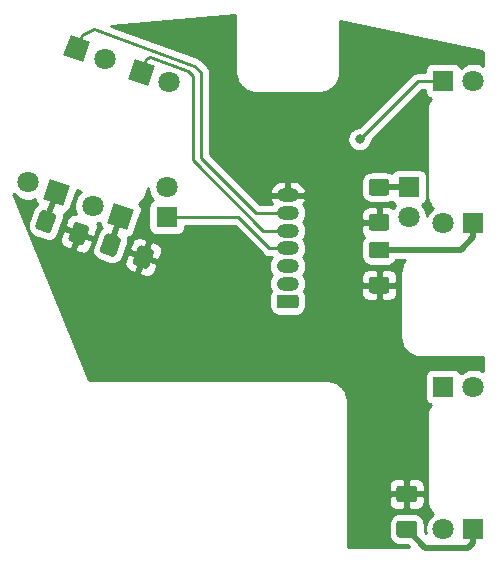
<source format=gbr>
%TF.GenerationSoftware,KiCad,Pcbnew,5.1.6-c6e7f7d~86~ubuntu18.04.1*%
%TF.CreationDate,2021-04-26T01:41:27-07:00*%
%TF.ProjectId,thumb_cluster_left,7468756d-625f-4636-9c75-737465725f6c,rev?*%
%TF.SameCoordinates,Original*%
%TF.FileFunction,Copper,L2,Bot*%
%TF.FilePolarity,Positive*%
%FSLAX46Y46*%
G04 Gerber Fmt 4.6, Leading zero omitted, Abs format (unit mm)*
G04 Created by KiCad (PCBNEW 5.1.6-c6e7f7d~86~ubuntu18.04.1) date 2021-04-26 01:41:27*
%MOMM*%
%LPD*%
G01*
G04 APERTURE LIST*
%TA.AperFunction,ComponentPad*%
%ADD10C,4.500000*%
%TD*%
%TA.AperFunction,ComponentPad*%
%ADD11O,1.870000X1.170000*%
%TD*%
%TA.AperFunction,ComponentPad*%
%ADD12C,0.100000*%
%TD*%
%TA.AperFunction,ComponentPad*%
%ADD13C,1.800000*%
%TD*%
%TA.AperFunction,ComponentPad*%
%ADD14R,1.800000X1.800000*%
%TD*%
%TA.AperFunction,ViaPad*%
%ADD15C,0.800000*%
%TD*%
%TA.AperFunction,Conductor*%
%ADD16C,0.500000*%
%TD*%
%TA.AperFunction,Conductor*%
%ADD17C,0.250000*%
%TD*%
%TA.AperFunction,Conductor*%
%ADD18C,0.254000*%
%TD*%
G04 APERTURE END LIST*
D10*
%TO.P,H2,1*%
%TO.N,GND*%
X164268872Y-66312121D03*
%TD*%
%TO.P,H1,1*%
%TO.N,GND*%
X141845155Y-91366078D03*
%TD*%
D11*
%TO.P,J1,7*%
%TO.N,GND*%
X157250000Y-78200000D03*
%TO.P,J1,6*%
%TO.N,C5*%
X157250000Y-79700000D03*
%TO.P,J1,5*%
%TO.N,C4*%
X157250000Y-81200000D03*
%TO.P,J1,4*%
%TO.N,C3*%
X157250000Y-82700000D03*
%TO.P,J1,3*%
%TO.N,C2*%
X157250000Y-84200000D03*
%TO.P,J1,2*%
%TO.N,C1*%
X157250000Y-85700000D03*
%TO.P,J1,1*%
%TO.N,+5V*%
%TA.AperFunction,ComponentPad*%
G36*
G01*
X157935001Y-87785000D02*
X156564999Y-87785000D01*
G75*
G02*
X156315000Y-87535001I0J249999D01*
G01*
X156315000Y-86864999D01*
G75*
G02*
X156564999Y-86615000I249999J0D01*
G01*
X157935001Y-86615000D01*
G75*
G02*
X158185000Y-86864999I0J-249999D01*
G01*
X158185000Y-87535001D01*
G75*
G02*
X157935001Y-87785000I-249999J0D01*
G01*
G37*
%TD.AperFunction*%
%TD*%
%TO.P,R1,2*%
%TO.N,Net-(IR1-Pad1)*%
%TA.AperFunction,SMDPad,CuDef*%
G36*
G01*
X166705000Y-105760417D02*
X167955000Y-105760417D01*
G75*
G02*
X168205000Y-106010417I0J-250000D01*
G01*
X168205000Y-106935417D01*
G75*
G02*
X167955000Y-107185417I-250000J0D01*
G01*
X166705000Y-107185417D01*
G75*
G02*
X166455000Y-106935417I0J250000D01*
G01*
X166455000Y-106010417D01*
G75*
G02*
X166705000Y-105760417I250000J0D01*
G01*
G37*
%TD.AperFunction*%
%TO.P,R1,1*%
%TO.N,GND*%
%TA.AperFunction,SMDPad,CuDef*%
G36*
G01*
X166705000Y-102785417D02*
X167955000Y-102785417D01*
G75*
G02*
X168205000Y-103035417I0J-250000D01*
G01*
X168205000Y-103960417D01*
G75*
G02*
X167955000Y-104210417I-250000J0D01*
G01*
X166705000Y-104210417D01*
G75*
G02*
X166455000Y-103960417I0J250000D01*
G01*
X166455000Y-103035417D01*
G75*
G02*
X166705000Y-102785417I250000J0D01*
G01*
G37*
%TD.AperFunction*%
%TD*%
%TA.AperFunction,ComponentPad*%
D12*
%TO.P,IR4,1*%
%TO.N,Net-(IR4-Pad1)*%
G36*
X144275062Y-79441739D02*
G01*
X143659426Y-81133185D01*
X141967980Y-80517549D01*
X142583616Y-78826103D01*
X144275062Y-79441739D01*
G37*
%TD.AperFunction*%
D13*
%TO.P,IR4,2*%
%TO.N,+5V*%
X140734702Y-79110913D03*
%TD*%
%TO.P,R5,2*%
%TO.N,Net-(IR5-Pad1)*%
%TA.AperFunction,SMDPad,CuDef*%
G36*
G01*
X137665345Y-80095510D02*
X137237819Y-81270126D01*
G75*
G02*
X136917391Y-81419544I-234923J85505D01*
G01*
X136048176Y-81103176D01*
G75*
G02*
X135898758Y-80782748I85505J234923D01*
G01*
X136326283Y-79608132D01*
G75*
G02*
X136646711Y-79458714I234923J-85505D01*
G01*
X137515926Y-79775082D01*
G75*
G02*
X137665344Y-80095510I-85505J-234923D01*
G01*
G37*
%TD.AperFunction*%
%TO.P,R5,1*%
%TO.N,GND*%
%TA.AperFunction,SMDPad,CuDef*%
G36*
G01*
X140460931Y-81113020D02*
X140033405Y-82287636D01*
G75*
G02*
X139712977Y-82437054I-234923J85505D01*
G01*
X138843762Y-82120686D01*
G75*
G02*
X138694344Y-81800258I85505J234923D01*
G01*
X139121869Y-80625642D01*
G75*
G02*
X139442297Y-80476224I234923J-85505D01*
G01*
X140311512Y-80792592D01*
G75*
G02*
X140460930Y-81113020I-85505J-234923D01*
G01*
G37*
%TD.AperFunction*%
%TD*%
%TA.AperFunction,ComponentPad*%
D12*
%TO.P,PT4,1*%
%TO.N,C4*%
G36*
X143702505Y-68325523D02*
G01*
X144318141Y-66634077D01*
X146009587Y-67249713D01*
X145393951Y-68941159D01*
X143702505Y-68325523D01*
G37*
%TD.AperFunction*%
D13*
%TO.P,PT4,2*%
%TO.N,+5V*%
X147242865Y-68656349D03*
%TD*%
%TA.AperFunction,ComponentPad*%
D12*
%TO.P,PT5,1*%
%TO.N,C5*%
G36*
X138252286Y-66341805D02*
G01*
X138867922Y-64650359D01*
X140559368Y-65265995D01*
X139943732Y-66957441D01*
X138252286Y-66341805D01*
G37*
%TD.AperFunction*%
D13*
%TO.P,PT5,2*%
%TO.N,+5V*%
X141792646Y-66672631D03*
%TD*%
%TA.AperFunction,ComponentPad*%
D12*
%TO.P,IR5,1*%
%TO.N,Net-(IR5-Pad1)*%
G36*
X138824845Y-77458024D02*
G01*
X138209209Y-79149470D01*
X136517763Y-78533834D01*
X137133399Y-76842388D01*
X138824845Y-77458024D01*
G37*
%TD.AperFunction*%
D13*
%TO.P,IR5,2*%
%TO.N,+5V*%
X135284485Y-77127198D03*
%TD*%
D14*
%TO.P,PT1,1*%
%TO.N,C1*%
X170429999Y-94422918D03*
D13*
%TO.P,PT1,2*%
%TO.N,+5V*%
X172969999Y-94422918D03*
%TD*%
%TO.P,R2,2*%
%TO.N,Net-(IR2-Pad1)*%
%TA.AperFunction,SMDPad,CuDef*%
G36*
G01*
X165624999Y-83552098D02*
X164374999Y-83552098D01*
G75*
G02*
X164124999Y-83302098I0J250000D01*
G01*
X164124999Y-82377098D01*
G75*
G02*
X164374999Y-82127098I250000J0D01*
G01*
X165624999Y-82127098D01*
G75*
G02*
X165874999Y-82377098I0J-250000D01*
G01*
X165874999Y-83302098D01*
G75*
G02*
X165624999Y-83552098I-250000J0D01*
G01*
G37*
%TD.AperFunction*%
%TO.P,R2,1*%
%TO.N,GND*%
%TA.AperFunction,SMDPad,CuDef*%
G36*
G01*
X165624999Y-86527098D02*
X164374999Y-86527098D01*
G75*
G02*
X164124999Y-86277098I0J250000D01*
G01*
X164124999Y-85352098D01*
G75*
G02*
X164374999Y-85102098I250000J0D01*
G01*
X165624999Y-85102098D01*
G75*
G02*
X165874999Y-85352098I0J-250000D01*
G01*
X165874999Y-86277098D01*
G75*
G02*
X165624999Y-86527098I-250000J0D01*
G01*
G37*
%TD.AperFunction*%
%TD*%
%TO.P,R3,2*%
%TO.N,Net-(IR3-Pad1)*%
%TA.AperFunction,SMDPad,CuDef*%
G36*
G01*
X165613979Y-78242500D02*
X164363979Y-78242500D01*
G75*
G02*
X164113979Y-77992500I0J250000D01*
G01*
X164113979Y-77067500D01*
G75*
G02*
X164363979Y-76817500I250000J0D01*
G01*
X165613979Y-76817500D01*
G75*
G02*
X165863979Y-77067500I0J-250000D01*
G01*
X165863979Y-77992500D01*
G75*
G02*
X165613979Y-78242500I-250000J0D01*
G01*
G37*
%TD.AperFunction*%
%TO.P,R3,1*%
%TO.N,GND*%
%TA.AperFunction,SMDPad,CuDef*%
G36*
G01*
X165613979Y-81217500D02*
X164363979Y-81217500D01*
G75*
G02*
X164113979Y-80967500I0J250000D01*
G01*
X164113979Y-80042500D01*
G75*
G02*
X164363979Y-79792500I250000J0D01*
G01*
X165613979Y-79792500D01*
G75*
G02*
X165863979Y-80042500I0J-250000D01*
G01*
X165863979Y-80967500D01*
G75*
G02*
X165613979Y-81217500I-250000J0D01*
G01*
G37*
%TD.AperFunction*%
%TD*%
D14*
%TO.P,IR2,1*%
%TO.N,Net-(IR2-Pad1)*%
X172969999Y-80574999D03*
D13*
%TO.P,IR2,2*%
%TO.N,+5V*%
X170429999Y-80574999D03*
%TD*%
D14*
%TO.P,PT3,1*%
%TO.N,C3*%
X147000000Y-80070000D03*
D13*
%TO.P,PT3,2*%
%TO.N,+5V*%
X147000000Y-77530000D03*
%TD*%
D14*
%TO.P,IR3,1*%
%TO.N,Net-(IR3-Pad1)*%
X167499999Y-77530000D03*
D13*
%TO.P,IR3,2*%
%TO.N,+5V*%
X167499999Y-80070000D03*
%TD*%
%TO.P,R4,2*%
%TO.N,Net-(IR4-Pad1)*%
%TA.AperFunction,SMDPad,CuDef*%
G36*
G01*
X143115564Y-82079226D02*
X142688038Y-83253842D01*
G75*
G02*
X142367610Y-83403260I-234923J85505D01*
G01*
X141498395Y-83086892D01*
G75*
G02*
X141348977Y-82766464I85505J234923D01*
G01*
X141776502Y-81591848D01*
G75*
G02*
X142096930Y-81442430I234923J-85505D01*
G01*
X142966145Y-81758798D01*
G75*
G02*
X143115563Y-82079226I-85505J-234923D01*
G01*
G37*
%TD.AperFunction*%
%TO.P,R4,1*%
%TO.N,GND*%
%TA.AperFunction,SMDPad,CuDef*%
G36*
G01*
X145911150Y-83096736D02*
X145483624Y-84271352D01*
G75*
G02*
X145163196Y-84420770I-234923J85505D01*
G01*
X144293981Y-84104402D01*
G75*
G02*
X144144563Y-83783974I85505J234923D01*
G01*
X144572088Y-82609358D01*
G75*
G02*
X144892516Y-82459940I234923J-85505D01*
G01*
X145761731Y-82776308D01*
G75*
G02*
X145911149Y-83096736I-85505J-234923D01*
G01*
G37*
%TD.AperFunction*%
%TD*%
D14*
%TO.P,IR1,1*%
%TO.N,Net-(IR1-Pad1)*%
X172969999Y-106472918D03*
D13*
%TO.P,IR1,2*%
%TO.N,+5V*%
X170429999Y-106472918D03*
%TD*%
D14*
%TO.P,PT2,1*%
%TO.N,C2*%
X170429998Y-68524999D03*
D13*
%TO.P,PT2,2*%
%TO.N,+5V*%
X172969998Y-68524999D03*
%TD*%
D15*
%TO.N,C2*%
X163345154Y-73466079D03*
%TD*%
D16*
%TO.N,Net-(IR1-Pad1)*%
X168896679Y-108039597D02*
X167330000Y-106472918D01*
X172969999Y-107622918D02*
X172553319Y-108039598D01*
X172553319Y-108039598D02*
X168896679Y-108039597D01*
X172969999Y-106472918D02*
X172969999Y-107622918D01*
%TO.N,Net-(IR2-Pad1)*%
X172970000Y-81758578D02*
X171888979Y-82839598D01*
X171888979Y-82839598D02*
X164999999Y-82839597D01*
X172969999Y-80574999D02*
X172970000Y-81758578D01*
%TO.N,Net-(IR3-Pad1)*%
X164988979Y-77529999D02*
X167499999Y-77530000D01*
%TO.N,Net-(IR4-Pad1)*%
X142232270Y-82422845D02*
X143121521Y-79979644D01*
%TO.N,Net-(IR5-Pad1)*%
X136782051Y-80439129D02*
X137671305Y-77995928D01*
D17*
%TO.N,C5*%
X140896310Y-64164828D02*
X149363898Y-67246778D01*
X149363898Y-67246778D02*
X149363900Y-67246777D01*
X139405827Y-65803900D02*
X139819671Y-64666874D01*
X139819671Y-64666874D02*
X140896310Y-64164828D01*
X149900000Y-67782880D02*
X149363898Y-67246778D01*
X149900000Y-75035001D02*
X149900000Y-67782880D01*
X154564999Y-79700000D02*
X149900000Y-75035001D01*
X157250000Y-79700000D02*
X154564999Y-79700000D01*
%TO.N,C3*%
X147000000Y-80070000D02*
X153070000Y-80070000D01*
X155700000Y-82700000D02*
X157250000Y-82700000D01*
X153070000Y-80070000D02*
X155700000Y-82700000D01*
%TO.N,C4*%
X155140000Y-81200000D02*
X149200000Y-75260000D01*
X157250000Y-81200000D02*
X155140000Y-81200000D01*
X149200000Y-75260000D02*
X149200000Y-68090975D01*
X145577500Y-66507148D02*
X145269890Y-66650588D01*
X145269890Y-66650588D02*
X144856047Y-67787617D01*
X149200000Y-68090975D02*
X148782811Y-67673786D01*
X148782811Y-67673786D02*
X145577500Y-66507148D01*
%TO.N,C2*%
X168286234Y-68524999D02*
X163345154Y-73466079D01*
X163345154Y-73466079D02*
X163345154Y-73466079D01*
X170429998Y-68524999D02*
X168286234Y-68524999D01*
%TO.N,C1*%
X157670000Y-85700000D02*
X157249999Y-85699999D01*
%TD*%
D18*
%TO.N,GND*%
G36*
X152814999Y-67836103D02*
G01*
X152818092Y-67867502D01*
X152818049Y-67873597D01*
X152819050Y-67883811D01*
X152839451Y-68077907D01*
X152852843Y-68143148D01*
X152865328Y-68208597D01*
X152868294Y-68218422D01*
X152926006Y-68404860D01*
X152951838Y-68466312D01*
X152976778Y-68528039D01*
X152981595Y-68537101D01*
X153074421Y-68708778D01*
X153111690Y-68764031D01*
X153148148Y-68819745D01*
X153154634Y-68827698D01*
X153279037Y-68978076D01*
X153326344Y-69025054D01*
X153372916Y-69072612D01*
X153380823Y-69079154D01*
X153532066Y-69202505D01*
X153587589Y-69239395D01*
X153642519Y-69277006D01*
X153651541Y-69281884D01*
X153651545Y-69281887D01*
X153651549Y-69281889D01*
X153823867Y-69373512D01*
X153885499Y-69398915D01*
X153946688Y-69425141D01*
X153956487Y-69428175D01*
X153956493Y-69428177D01*
X154143327Y-69484585D01*
X154208687Y-69497527D01*
X154273835Y-69511374D01*
X154284041Y-69512447D01*
X154478276Y-69531492D01*
X154478277Y-69531492D01*
X154513895Y-69535000D01*
X159986105Y-69534997D01*
X160017495Y-69531905D01*
X160023599Y-69531948D01*
X160033812Y-69530947D01*
X160227908Y-69510546D01*
X160293156Y-69497153D01*
X160358597Y-69484669D01*
X160368422Y-69481703D01*
X160554860Y-69423991D01*
X160616312Y-69398159D01*
X160678039Y-69373219D01*
X160687101Y-69368402D01*
X160858778Y-69275576D01*
X160914059Y-69238288D01*
X160969746Y-69201847D01*
X160977699Y-69195362D01*
X161128076Y-69070959D01*
X161175054Y-69023652D01*
X161222611Y-68977081D01*
X161229153Y-68969174D01*
X161352503Y-68817932D01*
X161389382Y-68762424D01*
X161427004Y-68707479D01*
X161431885Y-68698452D01*
X161523510Y-68526131D01*
X161548909Y-68464510D01*
X161575140Y-68403307D01*
X161578175Y-68393504D01*
X161634583Y-68206668D01*
X161647529Y-68141283D01*
X161661371Y-68076163D01*
X161662444Y-68065957D01*
X161681071Y-67875988D01*
X161684999Y-67836105D01*
X161684999Y-63435564D01*
X173667277Y-66028450D01*
X173680904Y-66030023D01*
X173741611Y-66040811D01*
X173752792Y-66045165D01*
X173762911Y-66051606D01*
X173771586Y-66059889D01*
X173778492Y-66069707D01*
X173783357Y-66080674D01*
X173786000Y-66092376D01*
X173787099Y-66133733D01*
X173786253Y-66142685D01*
X173789999Y-67101740D01*
X173789999Y-67226778D01*
X173697093Y-67164700D01*
X173417741Y-67048988D01*
X173121182Y-66989999D01*
X172818814Y-66989999D01*
X172522255Y-67048988D01*
X172242903Y-67164700D01*
X171991493Y-67332687D01*
X171925054Y-67399126D01*
X171919500Y-67380819D01*
X171860535Y-67270505D01*
X171781183Y-67173814D01*
X171684492Y-67094462D01*
X171574178Y-67035497D01*
X171454480Y-66999187D01*
X171329998Y-66986927D01*
X169529998Y-66986927D01*
X169405516Y-66999187D01*
X169285818Y-67035497D01*
X169175504Y-67094462D01*
X169078813Y-67173814D01*
X168999461Y-67270505D01*
X168940496Y-67380819D01*
X168904186Y-67500517D01*
X168891926Y-67624999D01*
X168891926Y-67764999D01*
X168323556Y-67764999D01*
X168286233Y-67761323D01*
X168248910Y-67764999D01*
X168248901Y-67764999D01*
X168137248Y-67775996D01*
X167993987Y-67819453D01*
X167861958Y-67890025D01*
X167746233Y-67984998D01*
X167722435Y-68013996D01*
X163305353Y-72431079D01*
X163243215Y-72431079D01*
X163043256Y-72470853D01*
X162854898Y-72548874D01*
X162685380Y-72662142D01*
X162541217Y-72806305D01*
X162427949Y-72975823D01*
X162349928Y-73164181D01*
X162310154Y-73364140D01*
X162310154Y-73568018D01*
X162349928Y-73767977D01*
X162427949Y-73956335D01*
X162541217Y-74125853D01*
X162685380Y-74270016D01*
X162854898Y-74383284D01*
X163043256Y-74461305D01*
X163243215Y-74501079D01*
X163447093Y-74501079D01*
X163647052Y-74461305D01*
X163835410Y-74383284D01*
X164004928Y-74270016D01*
X164149091Y-74125853D01*
X164262359Y-73956335D01*
X164340380Y-73767977D01*
X164380154Y-73568018D01*
X164380154Y-73505880D01*
X168601036Y-69284999D01*
X168891926Y-69284999D01*
X168891926Y-69424999D01*
X168904186Y-69549481D01*
X168940496Y-69669179D01*
X168999461Y-69779493D01*
X169078813Y-69876184D01*
X169175504Y-69955536D01*
X169285818Y-70014501D01*
X169353844Y-70035136D01*
X169335605Y-70062589D01*
X169297991Y-70117523D01*
X169293109Y-70126550D01*
X169201485Y-70298870D01*
X169176087Y-70360491D01*
X169149858Y-70421689D01*
X169146823Y-70431492D01*
X169090414Y-70618328D01*
X169077471Y-70683696D01*
X169063625Y-70748837D01*
X169062552Y-70759043D01*
X169043507Y-70953277D01*
X169043507Y-70953286D01*
X169040000Y-70988894D01*
X169039999Y-78111103D01*
X169043092Y-78142502D01*
X169043049Y-78148597D01*
X169044050Y-78158811D01*
X169064451Y-78352907D01*
X169077848Y-78418172D01*
X169090329Y-78483598D01*
X169093295Y-78493423D01*
X169151006Y-78679860D01*
X169176840Y-78741317D01*
X169201776Y-78803035D01*
X169206592Y-78812093D01*
X169206594Y-78812098D01*
X169206597Y-78812102D01*
X169299419Y-78983773D01*
X169336659Y-79038984D01*
X169373147Y-79094744D01*
X169379633Y-79102697D01*
X169504036Y-79253075D01*
X169551328Y-79300038D01*
X169560765Y-79309675D01*
X169451494Y-79382687D01*
X169237687Y-79596494D01*
X169069700Y-79847904D01*
X169034999Y-79931679D01*
X169034999Y-79918816D01*
X168976010Y-79622257D01*
X168860298Y-79342905D01*
X168692311Y-79091495D01*
X168625872Y-79025056D01*
X168644179Y-79019502D01*
X168754493Y-78960537D01*
X168851184Y-78881185D01*
X168930536Y-78784494D01*
X168989501Y-78674180D01*
X169025811Y-78554482D01*
X169038071Y-78430000D01*
X169038071Y-76630000D01*
X169025811Y-76505518D01*
X168989501Y-76385820D01*
X168930536Y-76275506D01*
X168851184Y-76178815D01*
X168754493Y-76099463D01*
X168644179Y-76040498D01*
X168524481Y-76004188D01*
X168399999Y-75991928D01*
X166599999Y-75991928D01*
X166475517Y-76004188D01*
X166355819Y-76040498D01*
X166245505Y-76099463D01*
X166148814Y-76178815D01*
X166069462Y-76275506D01*
X166055606Y-76301429D01*
X165953829Y-76247028D01*
X165787233Y-76196492D01*
X165613979Y-76179428D01*
X164363979Y-76179428D01*
X164190725Y-76196492D01*
X164024129Y-76247028D01*
X163870593Y-76329095D01*
X163736017Y-76439538D01*
X163625574Y-76574114D01*
X163543507Y-76727650D01*
X163492971Y-76894246D01*
X163475907Y-77067500D01*
X163475907Y-77992500D01*
X163492971Y-78165754D01*
X163543507Y-78332350D01*
X163625574Y-78485886D01*
X163736017Y-78620462D01*
X163870593Y-78730905D01*
X164024129Y-78812972D01*
X164190725Y-78863508D01*
X164363979Y-78880572D01*
X165613979Y-78880572D01*
X165787233Y-78863508D01*
X165953829Y-78812972D01*
X166055606Y-78758571D01*
X166069462Y-78784494D01*
X166148814Y-78881185D01*
X166245505Y-78960537D01*
X166355819Y-79019502D01*
X166374126Y-79025056D01*
X166307687Y-79091495D01*
X166200281Y-79252239D01*
X166108159Y-79202998D01*
X165988461Y-79166688D01*
X165863979Y-79154428D01*
X165274729Y-79157500D01*
X165115979Y-79316250D01*
X165115979Y-80378000D01*
X165135979Y-80378000D01*
X165135979Y-80632000D01*
X165115979Y-80632000D01*
X165115979Y-80652000D01*
X164861979Y-80652000D01*
X164861979Y-80632000D01*
X163637729Y-80632000D01*
X163478979Y-80790750D01*
X163475907Y-81217500D01*
X163488167Y-81341982D01*
X163524477Y-81461680D01*
X163583442Y-81571994D01*
X163662794Y-81668685D01*
X163753931Y-81743479D01*
X163747037Y-81749136D01*
X163636594Y-81883712D01*
X163554527Y-82037248D01*
X163503991Y-82203844D01*
X163486927Y-82377098D01*
X163486927Y-83302098D01*
X163503991Y-83475352D01*
X163554527Y-83641948D01*
X163636594Y-83795484D01*
X163747037Y-83930060D01*
X163881613Y-84040503D01*
X164035149Y-84122570D01*
X164201745Y-84173106D01*
X164374999Y-84190170D01*
X165624999Y-84190170D01*
X165798253Y-84173106D01*
X165964849Y-84122570D01*
X166118385Y-84040503D01*
X166252961Y-83930060D01*
X166363404Y-83795484D01*
X166401294Y-83724596D01*
X167168517Y-83724597D01*
X167122495Y-83781025D01*
X167085608Y-83836544D01*
X167047994Y-83891479D01*
X167043112Y-83900506D01*
X166951487Y-84072828D01*
X166926086Y-84134455D01*
X166899859Y-84195648D01*
X166896824Y-84205451D01*
X166840415Y-84392287D01*
X166827467Y-84457679D01*
X166813626Y-84522795D01*
X166812553Y-84533001D01*
X166793508Y-84727235D01*
X166790000Y-84762854D01*
X166789999Y-90235063D01*
X166793092Y-90266462D01*
X166793049Y-90272557D01*
X166794050Y-90282771D01*
X166814451Y-90476867D01*
X166827844Y-90542111D01*
X166840327Y-90607554D01*
X166843293Y-90617378D01*
X166901004Y-90803816D01*
X166926836Y-90865270D01*
X166951777Y-90926999D01*
X166956594Y-90936061D01*
X167049420Y-91107738D01*
X167086689Y-91162991D01*
X167123147Y-91218705D01*
X167129633Y-91226658D01*
X167254036Y-91377036D01*
X167301343Y-91424014D01*
X167347915Y-91471572D01*
X167355822Y-91478114D01*
X167507065Y-91601465D01*
X167562588Y-91638355D01*
X167617518Y-91675966D01*
X167626540Y-91680844D01*
X167626544Y-91680847D01*
X167626548Y-91680849D01*
X167798866Y-91772472D01*
X167860498Y-91797875D01*
X167921687Y-91824101D01*
X167931486Y-91827135D01*
X167931492Y-91827137D01*
X168118326Y-91883545D01*
X168183718Y-91896493D01*
X168248834Y-91910334D01*
X168259040Y-91911407D01*
X168453273Y-91930452D01*
X168453287Y-91930452D01*
X168488895Y-91933959D01*
X173789999Y-91933957D01*
X173790000Y-93124697D01*
X173697094Y-93062619D01*
X173417742Y-92946907D01*
X173121183Y-92887918D01*
X172818815Y-92887918D01*
X172522256Y-92946907D01*
X172242904Y-93062619D01*
X171991494Y-93230606D01*
X171925055Y-93297045D01*
X171919501Y-93278738D01*
X171860536Y-93168424D01*
X171781184Y-93071733D01*
X171684493Y-92992381D01*
X171574179Y-92933416D01*
X171454481Y-92897106D01*
X171329999Y-92884846D01*
X169529999Y-92884846D01*
X169405517Y-92897106D01*
X169285819Y-92933416D01*
X169175505Y-92992381D01*
X169078814Y-93071733D01*
X168999462Y-93168424D01*
X168940497Y-93278738D01*
X168904187Y-93398436D01*
X168891927Y-93522918D01*
X168891927Y-95322918D01*
X168904187Y-95447400D01*
X168940497Y-95567098D01*
X168999462Y-95677412D01*
X169078814Y-95774103D01*
X169175505Y-95853455D01*
X169285819Y-95912420D01*
X169353844Y-95933055D01*
X169335607Y-95960503D01*
X169297993Y-96015438D01*
X169293111Y-96024465D01*
X169201486Y-96196787D01*
X169176085Y-96258414D01*
X169149858Y-96319607D01*
X169146823Y-96329410D01*
X169090414Y-96516246D01*
X169077466Y-96581638D01*
X169063625Y-96646754D01*
X169062552Y-96656960D01*
X169043507Y-96851194D01*
X169043507Y-96851226D01*
X169040002Y-96886813D01*
X169040001Y-104009022D01*
X169043094Y-104040421D01*
X169043051Y-104046516D01*
X169044052Y-104056730D01*
X169064453Y-104250826D01*
X169077850Y-104316091D01*
X169090331Y-104381517D01*
X169093297Y-104391342D01*
X169151008Y-104577779D01*
X169176842Y-104639236D01*
X169201778Y-104700954D01*
X169206594Y-104710012D01*
X169206596Y-104710017D01*
X169206599Y-104710021D01*
X169299421Y-104881692D01*
X169336680Y-104936932D01*
X169373151Y-104992664D01*
X169379636Y-105000617D01*
X169504039Y-105150994D01*
X169551346Y-105197972D01*
X169560767Y-105207592D01*
X169451494Y-105280606D01*
X169237687Y-105494413D01*
X169069700Y-105745823D01*
X168953988Y-106025175D01*
X168894999Y-106321734D01*
X168894999Y-106624102D01*
X168935283Y-106826622D01*
X168843072Y-106734411D01*
X168843072Y-106010417D01*
X168826008Y-105837163D01*
X168775472Y-105670567D01*
X168693405Y-105517031D01*
X168582962Y-105382455D01*
X168448386Y-105272012D01*
X168294850Y-105189945D01*
X168128254Y-105139409D01*
X167955000Y-105122345D01*
X166705000Y-105122345D01*
X166531746Y-105139409D01*
X166365150Y-105189945D01*
X166211614Y-105272012D01*
X166077038Y-105382455D01*
X165966595Y-105517031D01*
X165884528Y-105670567D01*
X165833992Y-105837163D01*
X165816928Y-106010417D01*
X165816928Y-106935417D01*
X165833992Y-107108671D01*
X165884528Y-107275267D01*
X165966595Y-107428803D01*
X166077038Y-107563379D01*
X166211614Y-107673822D01*
X166365150Y-107755889D01*
X166531746Y-107806425D01*
X166705000Y-107823489D01*
X167428993Y-107823489D01*
X167566111Y-107960608D01*
X162334998Y-107958645D01*
X162334998Y-104210417D01*
X165816928Y-104210417D01*
X165829188Y-104334899D01*
X165865498Y-104454597D01*
X165924463Y-104564911D01*
X166003815Y-104661602D01*
X166100506Y-104740954D01*
X166210820Y-104799919D01*
X166330518Y-104836229D01*
X166455000Y-104848489D01*
X167044250Y-104845417D01*
X167203000Y-104686667D01*
X167203000Y-103624917D01*
X167457000Y-103624917D01*
X167457000Y-104686667D01*
X167615750Y-104845417D01*
X168205000Y-104848489D01*
X168329482Y-104836229D01*
X168449180Y-104799919D01*
X168559494Y-104740954D01*
X168656185Y-104661602D01*
X168735537Y-104564911D01*
X168794502Y-104454597D01*
X168830812Y-104334899D01*
X168843072Y-104210417D01*
X168840000Y-103783667D01*
X168681250Y-103624917D01*
X167457000Y-103624917D01*
X167203000Y-103624917D01*
X165978750Y-103624917D01*
X165820000Y-103783667D01*
X165816928Y-104210417D01*
X162334998Y-104210417D01*
X162334998Y-102785417D01*
X165816928Y-102785417D01*
X165820000Y-103212167D01*
X165978750Y-103370917D01*
X167203000Y-103370917D01*
X167203000Y-102309167D01*
X167457000Y-102309167D01*
X167457000Y-103370917D01*
X168681250Y-103370917D01*
X168840000Y-103212167D01*
X168843072Y-102785417D01*
X168830812Y-102660935D01*
X168794502Y-102541237D01*
X168735537Y-102430923D01*
X168656185Y-102334232D01*
X168559494Y-102254880D01*
X168449180Y-102195915D01*
X168329482Y-102159605D01*
X168205000Y-102147345D01*
X167615750Y-102150417D01*
X167457000Y-102309167D01*
X167203000Y-102309167D01*
X167044250Y-102150417D01*
X166455000Y-102147345D01*
X166330518Y-102159605D01*
X166210820Y-102195915D01*
X166100506Y-102254880D01*
X166003815Y-102334232D01*
X165924463Y-102430923D01*
X165865498Y-102541237D01*
X165829188Y-102660935D01*
X165816928Y-102785417D01*
X162334998Y-102785417D01*
X162335000Y-95563896D01*
X162331907Y-95532497D01*
X162331950Y-95526402D01*
X162330949Y-95516188D01*
X162310548Y-95322091D01*
X162297155Y-95256843D01*
X162284671Y-95191402D01*
X162281705Y-95181577D01*
X162223993Y-94995139D01*
X162198156Y-94933676D01*
X162173221Y-94871960D01*
X162168404Y-94862899D01*
X162075578Y-94691221D01*
X162038297Y-94635951D01*
X162001851Y-94580255D01*
X161995365Y-94572302D01*
X161870962Y-94421923D01*
X161823655Y-94374945D01*
X161777083Y-94327387D01*
X161769176Y-94320845D01*
X161617933Y-94197494D01*
X161562458Y-94160637D01*
X161507481Y-94122993D01*
X161498454Y-94118112D01*
X161326132Y-94026487D01*
X161264529Y-94001096D01*
X161203311Y-93974858D01*
X161193508Y-93971823D01*
X161006672Y-93915414D01*
X160941304Y-93902471D01*
X160876163Y-93888625D01*
X160865957Y-93887552D01*
X160671723Y-93868507D01*
X160671712Y-93868507D01*
X160636104Y-93865000D01*
X140419822Y-93865000D01*
X134050963Y-78287018D01*
X134028022Y-78223038D01*
X134026243Y-78211172D01*
X134026803Y-78199185D01*
X134037607Y-78155445D01*
X134068569Y-78070377D01*
X134092173Y-78105703D01*
X134305980Y-78319510D01*
X134557390Y-78487497D01*
X134836742Y-78603209D01*
X135133301Y-78662198D01*
X135435669Y-78662198D01*
X135732228Y-78603209D01*
X135881403Y-78541418D01*
X135880298Y-78561666D01*
X135897977Y-78685495D01*
X135939473Y-78803495D01*
X136003193Y-78911132D01*
X136053438Y-78967180D01*
X136036080Y-78977456D01*
X135906451Y-79093664D01*
X135801983Y-79232929D01*
X135726691Y-79389899D01*
X135299166Y-80564515D01*
X135255945Y-80733157D01*
X135246454Y-80906991D01*
X135271059Y-81079336D01*
X135328815Y-81243569D01*
X135417500Y-81393379D01*
X135533709Y-81523009D01*
X135672973Y-81627476D01*
X135829943Y-81702768D01*
X136699158Y-82019136D01*
X136867800Y-82062357D01*
X137041633Y-82071848D01*
X137103517Y-82063013D01*
X137971373Y-82063013D01*
X137989053Y-82186842D01*
X138030549Y-82304842D01*
X138094269Y-82412478D01*
X138177763Y-82505617D01*
X138277823Y-82580676D01*
X138390605Y-82634772D01*
X138792669Y-82777843D01*
X138809842Y-82769835D01*
X139234823Y-82769835D01*
X139329704Y-82973307D01*
X139729667Y-83122151D01*
X139850835Y-83153206D01*
X139975733Y-83160025D01*
X140099561Y-83142345D01*
X140217561Y-83100849D01*
X140325198Y-83037129D01*
X140418337Y-82953635D01*
X140493396Y-82853575D01*
X140547492Y-82740793D01*
X140746141Y-82186028D01*
X140651260Y-81982556D01*
X139653541Y-81619417D01*
X139234823Y-82769835D01*
X138809842Y-82769835D01*
X138996141Y-82682962D01*
X139414859Y-81532543D01*
X138417141Y-81169404D01*
X138213669Y-81264284D01*
X138009247Y-81816947D01*
X137978192Y-81938115D01*
X137971373Y-82063013D01*
X137103517Y-82063013D01*
X137213978Y-82047243D01*
X137378212Y-81989487D01*
X137528022Y-81900802D01*
X137657651Y-81784594D01*
X137762119Y-81645329D01*
X137837411Y-81488359D01*
X138264936Y-80313743D01*
X138308157Y-80145101D01*
X138317648Y-79971267D01*
X138293043Y-79798922D01*
X138286352Y-79779895D01*
X138360870Y-79769256D01*
X138478870Y-79727760D01*
X138586507Y-79664040D01*
X138679645Y-79580545D01*
X138754704Y-79480485D01*
X138808801Y-79367703D01*
X139378265Y-77803114D01*
X139740017Y-77934781D01*
X139542390Y-78132408D01*
X139374403Y-78383818D01*
X139258691Y-78663170D01*
X139199702Y-78959729D01*
X139199702Y-79262097D01*
X139258691Y-79558656D01*
X139346596Y-79770877D01*
X139304439Y-79760072D01*
X139179541Y-79753253D01*
X139055713Y-79770933D01*
X138937713Y-79812429D01*
X138830076Y-79876149D01*
X138736937Y-79959643D01*
X138661878Y-80059703D01*
X138607782Y-80172485D01*
X138409133Y-80727250D01*
X138504014Y-80930722D01*
X139501733Y-81293861D01*
X139508573Y-81275068D01*
X139747256Y-81361941D01*
X139740415Y-81380735D01*
X140738133Y-81743874D01*
X140941605Y-81648994D01*
X141146027Y-81096331D01*
X141177082Y-80975163D01*
X141183901Y-80850265D01*
X141166221Y-80726436D01*
X141124725Y-80608436D01*
X141119412Y-80599462D01*
X141182445Y-80586924D01*
X141331620Y-80525133D01*
X141330515Y-80545381D01*
X141348194Y-80669210D01*
X141389690Y-80787210D01*
X141453410Y-80894847D01*
X141503657Y-80950897D01*
X141486299Y-80961172D01*
X141356670Y-81077380D01*
X141252202Y-81216645D01*
X141176910Y-81373615D01*
X140749385Y-82548231D01*
X140706164Y-82716873D01*
X140696673Y-82890707D01*
X140721278Y-83063052D01*
X140779034Y-83227285D01*
X140867719Y-83377095D01*
X140983928Y-83506725D01*
X141123192Y-83611192D01*
X141280162Y-83686484D01*
X142149377Y-84002852D01*
X142318019Y-84046073D01*
X142491852Y-84055564D01*
X142553736Y-84046729D01*
X143421592Y-84046729D01*
X143439272Y-84170558D01*
X143480768Y-84288558D01*
X143544488Y-84396194D01*
X143627982Y-84489333D01*
X143728042Y-84564392D01*
X143840824Y-84618488D01*
X144242888Y-84761559D01*
X144260061Y-84753551D01*
X144685042Y-84753551D01*
X144779923Y-84957023D01*
X145179886Y-85105867D01*
X145301054Y-85136922D01*
X145425952Y-85143741D01*
X145549780Y-85126061D01*
X145667780Y-85084565D01*
X145775417Y-85020845D01*
X145868556Y-84937351D01*
X145943615Y-84837291D01*
X145997711Y-84724509D01*
X146196360Y-84169744D01*
X146101479Y-83966272D01*
X145103760Y-83603133D01*
X144685042Y-84753551D01*
X144260061Y-84753551D01*
X144446360Y-84666678D01*
X144865078Y-83516259D01*
X144447989Y-83364451D01*
X145190634Y-83364451D01*
X146188352Y-83727590D01*
X146391824Y-83632710D01*
X146596246Y-83080047D01*
X146627301Y-82958879D01*
X146634120Y-82833981D01*
X146616440Y-82710152D01*
X146574944Y-82592152D01*
X146511224Y-82484516D01*
X146427730Y-82391377D01*
X146327670Y-82316318D01*
X146214888Y-82262222D01*
X145812824Y-82119151D01*
X145609352Y-82214032D01*
X145190634Y-83364451D01*
X144447989Y-83364451D01*
X143867360Y-83153120D01*
X143663888Y-83248000D01*
X143459466Y-83800663D01*
X143428411Y-83921831D01*
X143421592Y-84046729D01*
X142553736Y-84046729D01*
X142664197Y-84030959D01*
X142828431Y-83973203D01*
X142978241Y-83884518D01*
X143107870Y-83768310D01*
X143212338Y-83629045D01*
X143287630Y-83472075D01*
X143564650Y-82710966D01*
X143859352Y-82710966D01*
X143954233Y-82914438D01*
X144951952Y-83277577D01*
X145370670Y-82127159D01*
X145275789Y-81923687D01*
X144875826Y-81774843D01*
X144754658Y-81743788D01*
X144629760Y-81736969D01*
X144505932Y-81754649D01*
X144387932Y-81796145D01*
X144280295Y-81859865D01*
X144187156Y-81943359D01*
X144112097Y-82043419D01*
X144058001Y-82156201D01*
X143859352Y-82710966D01*
X143564650Y-82710966D01*
X143715155Y-82297459D01*
X143758376Y-82128817D01*
X143767867Y-81954983D01*
X143743262Y-81782638D01*
X143736570Y-81763610D01*
X143811087Y-81752971D01*
X143929087Y-81711475D01*
X144036724Y-81647755D01*
X144129862Y-81564260D01*
X144204921Y-81464200D01*
X144259018Y-81351418D01*
X144874654Y-79659972D01*
X144905708Y-79538805D01*
X144912527Y-79413907D01*
X144894848Y-79290078D01*
X144853352Y-79172078D01*
X144789632Y-79064441D01*
X144706137Y-78971303D01*
X144649274Y-78928647D01*
X144675752Y-78909126D01*
X144729935Y-78870335D01*
X144737609Y-78863521D01*
X144882645Y-78732931D01*
X144927614Y-78683684D01*
X144973167Y-78635174D01*
X144979368Y-78627005D01*
X144979371Y-78627002D01*
X144979373Y-78626999D01*
X145096281Y-78470725D01*
X145130809Y-78413712D01*
X145166090Y-78357251D01*
X145170589Y-78348028D01*
X145254918Y-78172021D01*
X145254927Y-78171996D01*
X145270395Y-78139748D01*
X145465000Y-77605075D01*
X145465000Y-77681184D01*
X145523989Y-77977743D01*
X145639701Y-78257095D01*
X145807688Y-78508505D01*
X145874127Y-78574944D01*
X145855820Y-78580498D01*
X145745506Y-78639463D01*
X145648815Y-78718815D01*
X145569463Y-78815506D01*
X145510498Y-78925820D01*
X145474188Y-79045518D01*
X145461928Y-79170000D01*
X145461928Y-80970000D01*
X145474188Y-81094482D01*
X145510498Y-81214180D01*
X145569463Y-81324494D01*
X145648815Y-81421185D01*
X145745506Y-81500537D01*
X145855820Y-81559502D01*
X145975518Y-81595812D01*
X146100000Y-81608072D01*
X147900000Y-81608072D01*
X148024482Y-81595812D01*
X148144180Y-81559502D01*
X148254494Y-81500537D01*
X148351185Y-81421185D01*
X148430537Y-81324494D01*
X148489502Y-81214180D01*
X148525812Y-81094482D01*
X148538072Y-80970000D01*
X148538072Y-80830000D01*
X152755199Y-80830000D01*
X155136201Y-83211003D01*
X155159999Y-83240001D01*
X155275724Y-83334974D01*
X155407753Y-83405546D01*
X155551014Y-83449003D01*
X155662667Y-83460000D01*
X155662675Y-83460000D01*
X155700000Y-83463676D01*
X155737325Y-83460000D01*
X155929058Y-83460000D01*
X155880699Y-83518925D01*
X155767413Y-83730867D01*
X155697652Y-83960838D01*
X155674097Y-84200000D01*
X155697652Y-84439162D01*
X155767413Y-84669133D01*
X155880699Y-84881075D01*
X155937264Y-84950000D01*
X155880699Y-85018925D01*
X155767413Y-85230867D01*
X155697652Y-85460838D01*
X155674097Y-85700000D01*
X155697652Y-85939162D01*
X155767413Y-86169133D01*
X155856297Y-86335422D01*
X155826595Y-86371613D01*
X155744528Y-86525149D01*
X155693992Y-86691745D01*
X155676928Y-86864999D01*
X155676928Y-87535001D01*
X155693992Y-87708255D01*
X155744528Y-87874851D01*
X155826595Y-88028387D01*
X155937038Y-88162962D01*
X156071613Y-88273405D01*
X156225149Y-88355472D01*
X156391745Y-88406008D01*
X156564999Y-88423072D01*
X157935001Y-88423072D01*
X158108255Y-88406008D01*
X158274851Y-88355472D01*
X158428387Y-88273405D01*
X158562962Y-88162962D01*
X158673405Y-88028387D01*
X158755472Y-87874851D01*
X158806008Y-87708255D01*
X158823072Y-87535001D01*
X158823072Y-86864999D01*
X158806008Y-86691745D01*
X158756064Y-86527098D01*
X163486927Y-86527098D01*
X163499187Y-86651580D01*
X163535497Y-86771278D01*
X163594462Y-86881592D01*
X163673814Y-86978283D01*
X163770505Y-87057635D01*
X163880819Y-87116600D01*
X164000517Y-87152910D01*
X164124999Y-87165170D01*
X164714249Y-87162098D01*
X164872999Y-87003348D01*
X164872999Y-85941598D01*
X165126999Y-85941598D01*
X165126999Y-87003348D01*
X165285749Y-87162098D01*
X165874999Y-87165170D01*
X165999481Y-87152910D01*
X166119179Y-87116600D01*
X166229493Y-87057635D01*
X166326184Y-86978283D01*
X166405536Y-86881592D01*
X166464501Y-86771278D01*
X166500811Y-86651580D01*
X166513071Y-86527098D01*
X166509999Y-86100348D01*
X166351249Y-85941598D01*
X165126999Y-85941598D01*
X164872999Y-85941598D01*
X163648749Y-85941598D01*
X163489999Y-86100348D01*
X163486927Y-86527098D01*
X158756064Y-86527098D01*
X158755472Y-86525149D01*
X158673405Y-86371613D01*
X158643703Y-86335422D01*
X158732587Y-86169133D01*
X158802348Y-85939162D01*
X158825903Y-85700000D01*
X158802348Y-85460838D01*
X158732587Y-85230867D01*
X158663759Y-85102098D01*
X163486927Y-85102098D01*
X163489999Y-85528848D01*
X163648749Y-85687598D01*
X164872999Y-85687598D01*
X164872999Y-84625848D01*
X165126999Y-84625848D01*
X165126999Y-85687598D01*
X166351249Y-85687598D01*
X166509999Y-85528848D01*
X166513071Y-85102098D01*
X166500811Y-84977616D01*
X166464501Y-84857918D01*
X166405536Y-84747604D01*
X166326184Y-84650913D01*
X166229493Y-84571561D01*
X166119179Y-84512596D01*
X165999481Y-84476286D01*
X165874999Y-84464026D01*
X165285749Y-84467098D01*
X165126999Y-84625848D01*
X164872999Y-84625848D01*
X164714249Y-84467098D01*
X164124999Y-84464026D01*
X164000517Y-84476286D01*
X163880819Y-84512596D01*
X163770505Y-84571561D01*
X163673814Y-84650913D01*
X163594462Y-84747604D01*
X163535497Y-84857918D01*
X163499187Y-84977616D01*
X163486927Y-85102098D01*
X158663759Y-85102098D01*
X158619301Y-85018925D01*
X158562736Y-84950000D01*
X158619301Y-84881075D01*
X158732587Y-84669133D01*
X158802348Y-84439162D01*
X158825903Y-84200000D01*
X158802348Y-83960838D01*
X158732587Y-83730867D01*
X158619301Y-83518925D01*
X158562736Y-83450000D01*
X158619301Y-83381075D01*
X158732587Y-83169133D01*
X158802348Y-82939162D01*
X158825903Y-82700000D01*
X158802348Y-82460838D01*
X158732587Y-82230867D01*
X158619301Y-82018925D01*
X158562736Y-81950000D01*
X158619301Y-81881075D01*
X158732587Y-81669133D01*
X158802348Y-81439162D01*
X158825903Y-81200000D01*
X158802348Y-80960838D01*
X158732587Y-80730867D01*
X158619301Y-80518925D01*
X158562736Y-80450000D01*
X158619301Y-80381075D01*
X158732587Y-80169133D01*
X158802348Y-79939162D01*
X158816792Y-79792500D01*
X163475907Y-79792500D01*
X163478979Y-80219250D01*
X163637729Y-80378000D01*
X164861979Y-80378000D01*
X164861979Y-79316250D01*
X164703229Y-79157500D01*
X164113979Y-79154428D01*
X163989497Y-79166688D01*
X163869799Y-79202998D01*
X163759485Y-79261963D01*
X163662794Y-79341315D01*
X163583442Y-79438006D01*
X163524477Y-79548320D01*
X163488167Y-79668018D01*
X163475907Y-79792500D01*
X158816792Y-79792500D01*
X158825903Y-79700000D01*
X158802348Y-79460838D01*
X158732587Y-79230867D01*
X158619301Y-79018925D01*
X158565415Y-78953265D01*
X158684952Y-78772199D01*
X158775735Y-78549541D01*
X158778566Y-78515250D01*
X158653624Y-78327000D01*
X157377000Y-78327000D01*
X157377000Y-78347000D01*
X157123000Y-78347000D01*
X157123000Y-78327000D01*
X155846376Y-78327000D01*
X155721434Y-78515250D01*
X155724265Y-78549541D01*
X155815048Y-78772199D01*
X155925827Y-78940000D01*
X154879801Y-78940000D01*
X153824551Y-77884750D01*
X155721434Y-77884750D01*
X155846376Y-78073000D01*
X157123000Y-78073000D01*
X157123000Y-76980000D01*
X157377000Y-76980000D01*
X157377000Y-78073000D01*
X158653624Y-78073000D01*
X158778566Y-77884750D01*
X158775735Y-77850459D01*
X158684952Y-77627801D01*
X158552474Y-77427132D01*
X158383393Y-77256164D01*
X158184207Y-77121467D01*
X157962570Y-77028218D01*
X157727000Y-76980000D01*
X157377000Y-76980000D01*
X157123000Y-76980000D01*
X156773000Y-76980000D01*
X156537430Y-77028218D01*
X156315793Y-77121467D01*
X156116607Y-77256164D01*
X155947526Y-77427132D01*
X155815048Y-77627801D01*
X155724265Y-77850459D01*
X155721434Y-77884750D01*
X153824551Y-77884750D01*
X150660000Y-74720200D01*
X150660000Y-67820205D01*
X150663676Y-67782880D01*
X150660000Y-67745555D01*
X150660000Y-67745547D01*
X150649003Y-67633894D01*
X150605546Y-67490633D01*
X150534974Y-67358604D01*
X150440001Y-67242879D01*
X150411002Y-67219080D01*
X149915965Y-66724044D01*
X149879831Y-66683736D01*
X149871465Y-66677460D01*
X149864262Y-66669854D01*
X149825166Y-66642163D01*
X149788174Y-66611804D01*
X149773442Y-66603929D01*
X149760073Y-66593901D01*
X149750636Y-66589375D01*
X149742095Y-66583325D01*
X149698368Y-66563802D01*
X149656144Y-66541232D01*
X149630180Y-66533356D01*
X149605395Y-66522290D01*
X149578962Y-66516280D01*
X142296943Y-63865842D01*
X152815000Y-62922747D01*
X152814999Y-67836103D01*
G37*
X152814999Y-67836103D02*
X152818092Y-67867502D01*
X152818049Y-67873597D01*
X152819050Y-67883811D01*
X152839451Y-68077907D01*
X152852843Y-68143148D01*
X152865328Y-68208597D01*
X152868294Y-68218422D01*
X152926006Y-68404860D01*
X152951838Y-68466312D01*
X152976778Y-68528039D01*
X152981595Y-68537101D01*
X153074421Y-68708778D01*
X153111690Y-68764031D01*
X153148148Y-68819745D01*
X153154634Y-68827698D01*
X153279037Y-68978076D01*
X153326344Y-69025054D01*
X153372916Y-69072612D01*
X153380823Y-69079154D01*
X153532066Y-69202505D01*
X153587589Y-69239395D01*
X153642519Y-69277006D01*
X153651541Y-69281884D01*
X153651545Y-69281887D01*
X153651549Y-69281889D01*
X153823867Y-69373512D01*
X153885499Y-69398915D01*
X153946688Y-69425141D01*
X153956487Y-69428175D01*
X153956493Y-69428177D01*
X154143327Y-69484585D01*
X154208687Y-69497527D01*
X154273835Y-69511374D01*
X154284041Y-69512447D01*
X154478276Y-69531492D01*
X154478277Y-69531492D01*
X154513895Y-69535000D01*
X159986105Y-69534997D01*
X160017495Y-69531905D01*
X160023599Y-69531948D01*
X160033812Y-69530947D01*
X160227908Y-69510546D01*
X160293156Y-69497153D01*
X160358597Y-69484669D01*
X160368422Y-69481703D01*
X160554860Y-69423991D01*
X160616312Y-69398159D01*
X160678039Y-69373219D01*
X160687101Y-69368402D01*
X160858778Y-69275576D01*
X160914059Y-69238288D01*
X160969746Y-69201847D01*
X160977699Y-69195362D01*
X161128076Y-69070959D01*
X161175054Y-69023652D01*
X161222611Y-68977081D01*
X161229153Y-68969174D01*
X161352503Y-68817932D01*
X161389382Y-68762424D01*
X161427004Y-68707479D01*
X161431885Y-68698452D01*
X161523510Y-68526131D01*
X161548909Y-68464510D01*
X161575140Y-68403307D01*
X161578175Y-68393504D01*
X161634583Y-68206668D01*
X161647529Y-68141283D01*
X161661371Y-68076163D01*
X161662444Y-68065957D01*
X161681071Y-67875988D01*
X161684999Y-67836105D01*
X161684999Y-63435564D01*
X173667277Y-66028450D01*
X173680904Y-66030023D01*
X173741611Y-66040811D01*
X173752792Y-66045165D01*
X173762911Y-66051606D01*
X173771586Y-66059889D01*
X173778492Y-66069707D01*
X173783357Y-66080674D01*
X173786000Y-66092376D01*
X173787099Y-66133733D01*
X173786253Y-66142685D01*
X173789999Y-67101740D01*
X173789999Y-67226778D01*
X173697093Y-67164700D01*
X173417741Y-67048988D01*
X173121182Y-66989999D01*
X172818814Y-66989999D01*
X172522255Y-67048988D01*
X172242903Y-67164700D01*
X171991493Y-67332687D01*
X171925054Y-67399126D01*
X171919500Y-67380819D01*
X171860535Y-67270505D01*
X171781183Y-67173814D01*
X171684492Y-67094462D01*
X171574178Y-67035497D01*
X171454480Y-66999187D01*
X171329998Y-66986927D01*
X169529998Y-66986927D01*
X169405516Y-66999187D01*
X169285818Y-67035497D01*
X169175504Y-67094462D01*
X169078813Y-67173814D01*
X168999461Y-67270505D01*
X168940496Y-67380819D01*
X168904186Y-67500517D01*
X168891926Y-67624999D01*
X168891926Y-67764999D01*
X168323556Y-67764999D01*
X168286233Y-67761323D01*
X168248910Y-67764999D01*
X168248901Y-67764999D01*
X168137248Y-67775996D01*
X167993987Y-67819453D01*
X167861958Y-67890025D01*
X167746233Y-67984998D01*
X167722435Y-68013996D01*
X163305353Y-72431079D01*
X163243215Y-72431079D01*
X163043256Y-72470853D01*
X162854898Y-72548874D01*
X162685380Y-72662142D01*
X162541217Y-72806305D01*
X162427949Y-72975823D01*
X162349928Y-73164181D01*
X162310154Y-73364140D01*
X162310154Y-73568018D01*
X162349928Y-73767977D01*
X162427949Y-73956335D01*
X162541217Y-74125853D01*
X162685380Y-74270016D01*
X162854898Y-74383284D01*
X163043256Y-74461305D01*
X163243215Y-74501079D01*
X163447093Y-74501079D01*
X163647052Y-74461305D01*
X163835410Y-74383284D01*
X164004928Y-74270016D01*
X164149091Y-74125853D01*
X164262359Y-73956335D01*
X164340380Y-73767977D01*
X164380154Y-73568018D01*
X164380154Y-73505880D01*
X168601036Y-69284999D01*
X168891926Y-69284999D01*
X168891926Y-69424999D01*
X168904186Y-69549481D01*
X168940496Y-69669179D01*
X168999461Y-69779493D01*
X169078813Y-69876184D01*
X169175504Y-69955536D01*
X169285818Y-70014501D01*
X169353844Y-70035136D01*
X169335605Y-70062589D01*
X169297991Y-70117523D01*
X169293109Y-70126550D01*
X169201485Y-70298870D01*
X169176087Y-70360491D01*
X169149858Y-70421689D01*
X169146823Y-70431492D01*
X169090414Y-70618328D01*
X169077471Y-70683696D01*
X169063625Y-70748837D01*
X169062552Y-70759043D01*
X169043507Y-70953277D01*
X169043507Y-70953286D01*
X169040000Y-70988894D01*
X169039999Y-78111103D01*
X169043092Y-78142502D01*
X169043049Y-78148597D01*
X169044050Y-78158811D01*
X169064451Y-78352907D01*
X169077848Y-78418172D01*
X169090329Y-78483598D01*
X169093295Y-78493423D01*
X169151006Y-78679860D01*
X169176840Y-78741317D01*
X169201776Y-78803035D01*
X169206592Y-78812093D01*
X169206594Y-78812098D01*
X169206597Y-78812102D01*
X169299419Y-78983773D01*
X169336659Y-79038984D01*
X169373147Y-79094744D01*
X169379633Y-79102697D01*
X169504036Y-79253075D01*
X169551328Y-79300038D01*
X169560765Y-79309675D01*
X169451494Y-79382687D01*
X169237687Y-79596494D01*
X169069700Y-79847904D01*
X169034999Y-79931679D01*
X169034999Y-79918816D01*
X168976010Y-79622257D01*
X168860298Y-79342905D01*
X168692311Y-79091495D01*
X168625872Y-79025056D01*
X168644179Y-79019502D01*
X168754493Y-78960537D01*
X168851184Y-78881185D01*
X168930536Y-78784494D01*
X168989501Y-78674180D01*
X169025811Y-78554482D01*
X169038071Y-78430000D01*
X169038071Y-76630000D01*
X169025811Y-76505518D01*
X168989501Y-76385820D01*
X168930536Y-76275506D01*
X168851184Y-76178815D01*
X168754493Y-76099463D01*
X168644179Y-76040498D01*
X168524481Y-76004188D01*
X168399999Y-75991928D01*
X166599999Y-75991928D01*
X166475517Y-76004188D01*
X166355819Y-76040498D01*
X166245505Y-76099463D01*
X166148814Y-76178815D01*
X166069462Y-76275506D01*
X166055606Y-76301429D01*
X165953829Y-76247028D01*
X165787233Y-76196492D01*
X165613979Y-76179428D01*
X164363979Y-76179428D01*
X164190725Y-76196492D01*
X164024129Y-76247028D01*
X163870593Y-76329095D01*
X163736017Y-76439538D01*
X163625574Y-76574114D01*
X163543507Y-76727650D01*
X163492971Y-76894246D01*
X163475907Y-77067500D01*
X163475907Y-77992500D01*
X163492971Y-78165754D01*
X163543507Y-78332350D01*
X163625574Y-78485886D01*
X163736017Y-78620462D01*
X163870593Y-78730905D01*
X164024129Y-78812972D01*
X164190725Y-78863508D01*
X164363979Y-78880572D01*
X165613979Y-78880572D01*
X165787233Y-78863508D01*
X165953829Y-78812972D01*
X166055606Y-78758571D01*
X166069462Y-78784494D01*
X166148814Y-78881185D01*
X166245505Y-78960537D01*
X166355819Y-79019502D01*
X166374126Y-79025056D01*
X166307687Y-79091495D01*
X166200281Y-79252239D01*
X166108159Y-79202998D01*
X165988461Y-79166688D01*
X165863979Y-79154428D01*
X165274729Y-79157500D01*
X165115979Y-79316250D01*
X165115979Y-80378000D01*
X165135979Y-80378000D01*
X165135979Y-80632000D01*
X165115979Y-80632000D01*
X165115979Y-80652000D01*
X164861979Y-80652000D01*
X164861979Y-80632000D01*
X163637729Y-80632000D01*
X163478979Y-80790750D01*
X163475907Y-81217500D01*
X163488167Y-81341982D01*
X163524477Y-81461680D01*
X163583442Y-81571994D01*
X163662794Y-81668685D01*
X163753931Y-81743479D01*
X163747037Y-81749136D01*
X163636594Y-81883712D01*
X163554527Y-82037248D01*
X163503991Y-82203844D01*
X163486927Y-82377098D01*
X163486927Y-83302098D01*
X163503991Y-83475352D01*
X163554527Y-83641948D01*
X163636594Y-83795484D01*
X163747037Y-83930060D01*
X163881613Y-84040503D01*
X164035149Y-84122570D01*
X164201745Y-84173106D01*
X164374999Y-84190170D01*
X165624999Y-84190170D01*
X165798253Y-84173106D01*
X165964849Y-84122570D01*
X166118385Y-84040503D01*
X166252961Y-83930060D01*
X166363404Y-83795484D01*
X166401294Y-83724596D01*
X167168517Y-83724597D01*
X167122495Y-83781025D01*
X167085608Y-83836544D01*
X167047994Y-83891479D01*
X167043112Y-83900506D01*
X166951487Y-84072828D01*
X166926086Y-84134455D01*
X166899859Y-84195648D01*
X166896824Y-84205451D01*
X166840415Y-84392287D01*
X166827467Y-84457679D01*
X166813626Y-84522795D01*
X166812553Y-84533001D01*
X166793508Y-84727235D01*
X166790000Y-84762854D01*
X166789999Y-90235063D01*
X166793092Y-90266462D01*
X166793049Y-90272557D01*
X166794050Y-90282771D01*
X166814451Y-90476867D01*
X166827844Y-90542111D01*
X166840327Y-90607554D01*
X166843293Y-90617378D01*
X166901004Y-90803816D01*
X166926836Y-90865270D01*
X166951777Y-90926999D01*
X166956594Y-90936061D01*
X167049420Y-91107738D01*
X167086689Y-91162991D01*
X167123147Y-91218705D01*
X167129633Y-91226658D01*
X167254036Y-91377036D01*
X167301343Y-91424014D01*
X167347915Y-91471572D01*
X167355822Y-91478114D01*
X167507065Y-91601465D01*
X167562588Y-91638355D01*
X167617518Y-91675966D01*
X167626540Y-91680844D01*
X167626544Y-91680847D01*
X167626548Y-91680849D01*
X167798866Y-91772472D01*
X167860498Y-91797875D01*
X167921687Y-91824101D01*
X167931486Y-91827135D01*
X167931492Y-91827137D01*
X168118326Y-91883545D01*
X168183718Y-91896493D01*
X168248834Y-91910334D01*
X168259040Y-91911407D01*
X168453273Y-91930452D01*
X168453287Y-91930452D01*
X168488895Y-91933959D01*
X173789999Y-91933957D01*
X173790000Y-93124697D01*
X173697094Y-93062619D01*
X173417742Y-92946907D01*
X173121183Y-92887918D01*
X172818815Y-92887918D01*
X172522256Y-92946907D01*
X172242904Y-93062619D01*
X171991494Y-93230606D01*
X171925055Y-93297045D01*
X171919501Y-93278738D01*
X171860536Y-93168424D01*
X171781184Y-93071733D01*
X171684493Y-92992381D01*
X171574179Y-92933416D01*
X171454481Y-92897106D01*
X171329999Y-92884846D01*
X169529999Y-92884846D01*
X169405517Y-92897106D01*
X169285819Y-92933416D01*
X169175505Y-92992381D01*
X169078814Y-93071733D01*
X168999462Y-93168424D01*
X168940497Y-93278738D01*
X168904187Y-93398436D01*
X168891927Y-93522918D01*
X168891927Y-95322918D01*
X168904187Y-95447400D01*
X168940497Y-95567098D01*
X168999462Y-95677412D01*
X169078814Y-95774103D01*
X169175505Y-95853455D01*
X169285819Y-95912420D01*
X169353844Y-95933055D01*
X169335607Y-95960503D01*
X169297993Y-96015438D01*
X169293111Y-96024465D01*
X169201486Y-96196787D01*
X169176085Y-96258414D01*
X169149858Y-96319607D01*
X169146823Y-96329410D01*
X169090414Y-96516246D01*
X169077466Y-96581638D01*
X169063625Y-96646754D01*
X169062552Y-96656960D01*
X169043507Y-96851194D01*
X169043507Y-96851226D01*
X169040002Y-96886813D01*
X169040001Y-104009022D01*
X169043094Y-104040421D01*
X169043051Y-104046516D01*
X169044052Y-104056730D01*
X169064453Y-104250826D01*
X169077850Y-104316091D01*
X169090331Y-104381517D01*
X169093297Y-104391342D01*
X169151008Y-104577779D01*
X169176842Y-104639236D01*
X169201778Y-104700954D01*
X169206594Y-104710012D01*
X169206596Y-104710017D01*
X169206599Y-104710021D01*
X169299421Y-104881692D01*
X169336680Y-104936932D01*
X169373151Y-104992664D01*
X169379636Y-105000617D01*
X169504039Y-105150994D01*
X169551346Y-105197972D01*
X169560767Y-105207592D01*
X169451494Y-105280606D01*
X169237687Y-105494413D01*
X169069700Y-105745823D01*
X168953988Y-106025175D01*
X168894999Y-106321734D01*
X168894999Y-106624102D01*
X168935283Y-106826622D01*
X168843072Y-106734411D01*
X168843072Y-106010417D01*
X168826008Y-105837163D01*
X168775472Y-105670567D01*
X168693405Y-105517031D01*
X168582962Y-105382455D01*
X168448386Y-105272012D01*
X168294850Y-105189945D01*
X168128254Y-105139409D01*
X167955000Y-105122345D01*
X166705000Y-105122345D01*
X166531746Y-105139409D01*
X166365150Y-105189945D01*
X166211614Y-105272012D01*
X166077038Y-105382455D01*
X165966595Y-105517031D01*
X165884528Y-105670567D01*
X165833992Y-105837163D01*
X165816928Y-106010417D01*
X165816928Y-106935417D01*
X165833992Y-107108671D01*
X165884528Y-107275267D01*
X165966595Y-107428803D01*
X166077038Y-107563379D01*
X166211614Y-107673822D01*
X166365150Y-107755889D01*
X166531746Y-107806425D01*
X166705000Y-107823489D01*
X167428993Y-107823489D01*
X167566111Y-107960608D01*
X162334998Y-107958645D01*
X162334998Y-104210417D01*
X165816928Y-104210417D01*
X165829188Y-104334899D01*
X165865498Y-104454597D01*
X165924463Y-104564911D01*
X166003815Y-104661602D01*
X166100506Y-104740954D01*
X166210820Y-104799919D01*
X166330518Y-104836229D01*
X166455000Y-104848489D01*
X167044250Y-104845417D01*
X167203000Y-104686667D01*
X167203000Y-103624917D01*
X167457000Y-103624917D01*
X167457000Y-104686667D01*
X167615750Y-104845417D01*
X168205000Y-104848489D01*
X168329482Y-104836229D01*
X168449180Y-104799919D01*
X168559494Y-104740954D01*
X168656185Y-104661602D01*
X168735537Y-104564911D01*
X168794502Y-104454597D01*
X168830812Y-104334899D01*
X168843072Y-104210417D01*
X168840000Y-103783667D01*
X168681250Y-103624917D01*
X167457000Y-103624917D01*
X167203000Y-103624917D01*
X165978750Y-103624917D01*
X165820000Y-103783667D01*
X165816928Y-104210417D01*
X162334998Y-104210417D01*
X162334998Y-102785417D01*
X165816928Y-102785417D01*
X165820000Y-103212167D01*
X165978750Y-103370917D01*
X167203000Y-103370917D01*
X167203000Y-102309167D01*
X167457000Y-102309167D01*
X167457000Y-103370917D01*
X168681250Y-103370917D01*
X168840000Y-103212167D01*
X168843072Y-102785417D01*
X168830812Y-102660935D01*
X168794502Y-102541237D01*
X168735537Y-102430923D01*
X168656185Y-102334232D01*
X168559494Y-102254880D01*
X168449180Y-102195915D01*
X168329482Y-102159605D01*
X168205000Y-102147345D01*
X167615750Y-102150417D01*
X167457000Y-102309167D01*
X167203000Y-102309167D01*
X167044250Y-102150417D01*
X166455000Y-102147345D01*
X166330518Y-102159605D01*
X166210820Y-102195915D01*
X166100506Y-102254880D01*
X166003815Y-102334232D01*
X165924463Y-102430923D01*
X165865498Y-102541237D01*
X165829188Y-102660935D01*
X165816928Y-102785417D01*
X162334998Y-102785417D01*
X162335000Y-95563896D01*
X162331907Y-95532497D01*
X162331950Y-95526402D01*
X162330949Y-95516188D01*
X162310548Y-95322091D01*
X162297155Y-95256843D01*
X162284671Y-95191402D01*
X162281705Y-95181577D01*
X162223993Y-94995139D01*
X162198156Y-94933676D01*
X162173221Y-94871960D01*
X162168404Y-94862899D01*
X162075578Y-94691221D01*
X162038297Y-94635951D01*
X162001851Y-94580255D01*
X161995365Y-94572302D01*
X161870962Y-94421923D01*
X161823655Y-94374945D01*
X161777083Y-94327387D01*
X161769176Y-94320845D01*
X161617933Y-94197494D01*
X161562458Y-94160637D01*
X161507481Y-94122993D01*
X161498454Y-94118112D01*
X161326132Y-94026487D01*
X161264529Y-94001096D01*
X161203311Y-93974858D01*
X161193508Y-93971823D01*
X161006672Y-93915414D01*
X160941304Y-93902471D01*
X160876163Y-93888625D01*
X160865957Y-93887552D01*
X160671723Y-93868507D01*
X160671712Y-93868507D01*
X160636104Y-93865000D01*
X140419822Y-93865000D01*
X134050963Y-78287018D01*
X134028022Y-78223038D01*
X134026243Y-78211172D01*
X134026803Y-78199185D01*
X134037607Y-78155445D01*
X134068569Y-78070377D01*
X134092173Y-78105703D01*
X134305980Y-78319510D01*
X134557390Y-78487497D01*
X134836742Y-78603209D01*
X135133301Y-78662198D01*
X135435669Y-78662198D01*
X135732228Y-78603209D01*
X135881403Y-78541418D01*
X135880298Y-78561666D01*
X135897977Y-78685495D01*
X135939473Y-78803495D01*
X136003193Y-78911132D01*
X136053438Y-78967180D01*
X136036080Y-78977456D01*
X135906451Y-79093664D01*
X135801983Y-79232929D01*
X135726691Y-79389899D01*
X135299166Y-80564515D01*
X135255945Y-80733157D01*
X135246454Y-80906991D01*
X135271059Y-81079336D01*
X135328815Y-81243569D01*
X135417500Y-81393379D01*
X135533709Y-81523009D01*
X135672973Y-81627476D01*
X135829943Y-81702768D01*
X136699158Y-82019136D01*
X136867800Y-82062357D01*
X137041633Y-82071848D01*
X137103517Y-82063013D01*
X137971373Y-82063013D01*
X137989053Y-82186842D01*
X138030549Y-82304842D01*
X138094269Y-82412478D01*
X138177763Y-82505617D01*
X138277823Y-82580676D01*
X138390605Y-82634772D01*
X138792669Y-82777843D01*
X138809842Y-82769835D01*
X139234823Y-82769835D01*
X139329704Y-82973307D01*
X139729667Y-83122151D01*
X139850835Y-83153206D01*
X139975733Y-83160025D01*
X140099561Y-83142345D01*
X140217561Y-83100849D01*
X140325198Y-83037129D01*
X140418337Y-82953635D01*
X140493396Y-82853575D01*
X140547492Y-82740793D01*
X140746141Y-82186028D01*
X140651260Y-81982556D01*
X139653541Y-81619417D01*
X139234823Y-82769835D01*
X138809842Y-82769835D01*
X138996141Y-82682962D01*
X139414859Y-81532543D01*
X138417141Y-81169404D01*
X138213669Y-81264284D01*
X138009247Y-81816947D01*
X137978192Y-81938115D01*
X137971373Y-82063013D01*
X137103517Y-82063013D01*
X137213978Y-82047243D01*
X137378212Y-81989487D01*
X137528022Y-81900802D01*
X137657651Y-81784594D01*
X137762119Y-81645329D01*
X137837411Y-81488359D01*
X138264936Y-80313743D01*
X138308157Y-80145101D01*
X138317648Y-79971267D01*
X138293043Y-79798922D01*
X138286352Y-79779895D01*
X138360870Y-79769256D01*
X138478870Y-79727760D01*
X138586507Y-79664040D01*
X138679645Y-79580545D01*
X138754704Y-79480485D01*
X138808801Y-79367703D01*
X139378265Y-77803114D01*
X139740017Y-77934781D01*
X139542390Y-78132408D01*
X139374403Y-78383818D01*
X139258691Y-78663170D01*
X139199702Y-78959729D01*
X139199702Y-79262097D01*
X139258691Y-79558656D01*
X139346596Y-79770877D01*
X139304439Y-79760072D01*
X139179541Y-79753253D01*
X139055713Y-79770933D01*
X138937713Y-79812429D01*
X138830076Y-79876149D01*
X138736937Y-79959643D01*
X138661878Y-80059703D01*
X138607782Y-80172485D01*
X138409133Y-80727250D01*
X138504014Y-80930722D01*
X139501733Y-81293861D01*
X139508573Y-81275068D01*
X139747256Y-81361941D01*
X139740415Y-81380735D01*
X140738133Y-81743874D01*
X140941605Y-81648994D01*
X141146027Y-81096331D01*
X141177082Y-80975163D01*
X141183901Y-80850265D01*
X141166221Y-80726436D01*
X141124725Y-80608436D01*
X141119412Y-80599462D01*
X141182445Y-80586924D01*
X141331620Y-80525133D01*
X141330515Y-80545381D01*
X141348194Y-80669210D01*
X141389690Y-80787210D01*
X141453410Y-80894847D01*
X141503657Y-80950897D01*
X141486299Y-80961172D01*
X141356670Y-81077380D01*
X141252202Y-81216645D01*
X141176910Y-81373615D01*
X140749385Y-82548231D01*
X140706164Y-82716873D01*
X140696673Y-82890707D01*
X140721278Y-83063052D01*
X140779034Y-83227285D01*
X140867719Y-83377095D01*
X140983928Y-83506725D01*
X141123192Y-83611192D01*
X141280162Y-83686484D01*
X142149377Y-84002852D01*
X142318019Y-84046073D01*
X142491852Y-84055564D01*
X142553736Y-84046729D01*
X143421592Y-84046729D01*
X143439272Y-84170558D01*
X143480768Y-84288558D01*
X143544488Y-84396194D01*
X143627982Y-84489333D01*
X143728042Y-84564392D01*
X143840824Y-84618488D01*
X144242888Y-84761559D01*
X144260061Y-84753551D01*
X144685042Y-84753551D01*
X144779923Y-84957023D01*
X145179886Y-85105867D01*
X145301054Y-85136922D01*
X145425952Y-85143741D01*
X145549780Y-85126061D01*
X145667780Y-85084565D01*
X145775417Y-85020845D01*
X145868556Y-84937351D01*
X145943615Y-84837291D01*
X145997711Y-84724509D01*
X146196360Y-84169744D01*
X146101479Y-83966272D01*
X145103760Y-83603133D01*
X144685042Y-84753551D01*
X144260061Y-84753551D01*
X144446360Y-84666678D01*
X144865078Y-83516259D01*
X144447989Y-83364451D01*
X145190634Y-83364451D01*
X146188352Y-83727590D01*
X146391824Y-83632710D01*
X146596246Y-83080047D01*
X146627301Y-82958879D01*
X146634120Y-82833981D01*
X146616440Y-82710152D01*
X146574944Y-82592152D01*
X146511224Y-82484516D01*
X146427730Y-82391377D01*
X146327670Y-82316318D01*
X146214888Y-82262222D01*
X145812824Y-82119151D01*
X145609352Y-82214032D01*
X145190634Y-83364451D01*
X144447989Y-83364451D01*
X143867360Y-83153120D01*
X143663888Y-83248000D01*
X143459466Y-83800663D01*
X143428411Y-83921831D01*
X143421592Y-84046729D01*
X142553736Y-84046729D01*
X142664197Y-84030959D01*
X142828431Y-83973203D01*
X142978241Y-83884518D01*
X143107870Y-83768310D01*
X143212338Y-83629045D01*
X143287630Y-83472075D01*
X143564650Y-82710966D01*
X143859352Y-82710966D01*
X143954233Y-82914438D01*
X144951952Y-83277577D01*
X145370670Y-82127159D01*
X145275789Y-81923687D01*
X144875826Y-81774843D01*
X144754658Y-81743788D01*
X144629760Y-81736969D01*
X144505932Y-81754649D01*
X144387932Y-81796145D01*
X144280295Y-81859865D01*
X144187156Y-81943359D01*
X144112097Y-82043419D01*
X144058001Y-82156201D01*
X143859352Y-82710966D01*
X143564650Y-82710966D01*
X143715155Y-82297459D01*
X143758376Y-82128817D01*
X143767867Y-81954983D01*
X143743262Y-81782638D01*
X143736570Y-81763610D01*
X143811087Y-81752971D01*
X143929087Y-81711475D01*
X144036724Y-81647755D01*
X144129862Y-81564260D01*
X144204921Y-81464200D01*
X144259018Y-81351418D01*
X144874654Y-79659972D01*
X144905708Y-79538805D01*
X144912527Y-79413907D01*
X144894848Y-79290078D01*
X144853352Y-79172078D01*
X144789632Y-79064441D01*
X144706137Y-78971303D01*
X144649274Y-78928647D01*
X144675752Y-78909126D01*
X144729935Y-78870335D01*
X144737609Y-78863521D01*
X144882645Y-78732931D01*
X144927614Y-78683684D01*
X144973167Y-78635174D01*
X144979368Y-78627005D01*
X144979371Y-78627002D01*
X144979373Y-78626999D01*
X145096281Y-78470725D01*
X145130809Y-78413712D01*
X145166090Y-78357251D01*
X145170589Y-78348028D01*
X145254918Y-78172021D01*
X145254927Y-78171996D01*
X145270395Y-78139748D01*
X145465000Y-77605075D01*
X145465000Y-77681184D01*
X145523989Y-77977743D01*
X145639701Y-78257095D01*
X145807688Y-78508505D01*
X145874127Y-78574944D01*
X145855820Y-78580498D01*
X145745506Y-78639463D01*
X145648815Y-78718815D01*
X145569463Y-78815506D01*
X145510498Y-78925820D01*
X145474188Y-79045518D01*
X145461928Y-79170000D01*
X145461928Y-80970000D01*
X145474188Y-81094482D01*
X145510498Y-81214180D01*
X145569463Y-81324494D01*
X145648815Y-81421185D01*
X145745506Y-81500537D01*
X145855820Y-81559502D01*
X145975518Y-81595812D01*
X146100000Y-81608072D01*
X147900000Y-81608072D01*
X148024482Y-81595812D01*
X148144180Y-81559502D01*
X148254494Y-81500537D01*
X148351185Y-81421185D01*
X148430537Y-81324494D01*
X148489502Y-81214180D01*
X148525812Y-81094482D01*
X148538072Y-80970000D01*
X148538072Y-80830000D01*
X152755199Y-80830000D01*
X155136201Y-83211003D01*
X155159999Y-83240001D01*
X155275724Y-83334974D01*
X155407753Y-83405546D01*
X155551014Y-83449003D01*
X155662667Y-83460000D01*
X155662675Y-83460000D01*
X155700000Y-83463676D01*
X155737325Y-83460000D01*
X155929058Y-83460000D01*
X155880699Y-83518925D01*
X155767413Y-83730867D01*
X155697652Y-83960838D01*
X155674097Y-84200000D01*
X155697652Y-84439162D01*
X155767413Y-84669133D01*
X155880699Y-84881075D01*
X155937264Y-84950000D01*
X155880699Y-85018925D01*
X155767413Y-85230867D01*
X155697652Y-85460838D01*
X155674097Y-85700000D01*
X155697652Y-85939162D01*
X155767413Y-86169133D01*
X155856297Y-86335422D01*
X155826595Y-86371613D01*
X155744528Y-86525149D01*
X155693992Y-86691745D01*
X155676928Y-86864999D01*
X155676928Y-87535001D01*
X155693992Y-87708255D01*
X155744528Y-87874851D01*
X155826595Y-88028387D01*
X155937038Y-88162962D01*
X156071613Y-88273405D01*
X156225149Y-88355472D01*
X156391745Y-88406008D01*
X156564999Y-88423072D01*
X157935001Y-88423072D01*
X158108255Y-88406008D01*
X158274851Y-88355472D01*
X158428387Y-88273405D01*
X158562962Y-88162962D01*
X158673405Y-88028387D01*
X158755472Y-87874851D01*
X158806008Y-87708255D01*
X158823072Y-87535001D01*
X158823072Y-86864999D01*
X158806008Y-86691745D01*
X158756064Y-86527098D01*
X163486927Y-86527098D01*
X163499187Y-86651580D01*
X163535497Y-86771278D01*
X163594462Y-86881592D01*
X163673814Y-86978283D01*
X163770505Y-87057635D01*
X163880819Y-87116600D01*
X164000517Y-87152910D01*
X164124999Y-87165170D01*
X164714249Y-87162098D01*
X164872999Y-87003348D01*
X164872999Y-85941598D01*
X165126999Y-85941598D01*
X165126999Y-87003348D01*
X165285749Y-87162098D01*
X165874999Y-87165170D01*
X165999481Y-87152910D01*
X166119179Y-87116600D01*
X166229493Y-87057635D01*
X166326184Y-86978283D01*
X166405536Y-86881592D01*
X166464501Y-86771278D01*
X166500811Y-86651580D01*
X166513071Y-86527098D01*
X166509999Y-86100348D01*
X166351249Y-85941598D01*
X165126999Y-85941598D01*
X164872999Y-85941598D01*
X163648749Y-85941598D01*
X163489999Y-86100348D01*
X163486927Y-86527098D01*
X158756064Y-86527098D01*
X158755472Y-86525149D01*
X158673405Y-86371613D01*
X158643703Y-86335422D01*
X158732587Y-86169133D01*
X158802348Y-85939162D01*
X158825903Y-85700000D01*
X158802348Y-85460838D01*
X158732587Y-85230867D01*
X158663759Y-85102098D01*
X163486927Y-85102098D01*
X163489999Y-85528848D01*
X163648749Y-85687598D01*
X164872999Y-85687598D01*
X164872999Y-84625848D01*
X165126999Y-84625848D01*
X165126999Y-85687598D01*
X166351249Y-85687598D01*
X166509999Y-85528848D01*
X166513071Y-85102098D01*
X166500811Y-84977616D01*
X166464501Y-84857918D01*
X166405536Y-84747604D01*
X166326184Y-84650913D01*
X166229493Y-84571561D01*
X166119179Y-84512596D01*
X165999481Y-84476286D01*
X165874999Y-84464026D01*
X165285749Y-84467098D01*
X165126999Y-84625848D01*
X164872999Y-84625848D01*
X164714249Y-84467098D01*
X164124999Y-84464026D01*
X164000517Y-84476286D01*
X163880819Y-84512596D01*
X163770505Y-84571561D01*
X163673814Y-84650913D01*
X163594462Y-84747604D01*
X163535497Y-84857918D01*
X163499187Y-84977616D01*
X163486927Y-85102098D01*
X158663759Y-85102098D01*
X158619301Y-85018925D01*
X158562736Y-84950000D01*
X158619301Y-84881075D01*
X158732587Y-84669133D01*
X158802348Y-84439162D01*
X158825903Y-84200000D01*
X158802348Y-83960838D01*
X158732587Y-83730867D01*
X158619301Y-83518925D01*
X158562736Y-83450000D01*
X158619301Y-83381075D01*
X158732587Y-83169133D01*
X158802348Y-82939162D01*
X158825903Y-82700000D01*
X158802348Y-82460838D01*
X158732587Y-82230867D01*
X158619301Y-82018925D01*
X158562736Y-81950000D01*
X158619301Y-81881075D01*
X158732587Y-81669133D01*
X158802348Y-81439162D01*
X158825903Y-81200000D01*
X158802348Y-80960838D01*
X158732587Y-80730867D01*
X158619301Y-80518925D01*
X158562736Y-80450000D01*
X158619301Y-80381075D01*
X158732587Y-80169133D01*
X158802348Y-79939162D01*
X158816792Y-79792500D01*
X163475907Y-79792500D01*
X163478979Y-80219250D01*
X163637729Y-80378000D01*
X164861979Y-80378000D01*
X164861979Y-79316250D01*
X164703229Y-79157500D01*
X164113979Y-79154428D01*
X163989497Y-79166688D01*
X163869799Y-79202998D01*
X163759485Y-79261963D01*
X163662794Y-79341315D01*
X163583442Y-79438006D01*
X163524477Y-79548320D01*
X163488167Y-79668018D01*
X163475907Y-79792500D01*
X158816792Y-79792500D01*
X158825903Y-79700000D01*
X158802348Y-79460838D01*
X158732587Y-79230867D01*
X158619301Y-79018925D01*
X158565415Y-78953265D01*
X158684952Y-78772199D01*
X158775735Y-78549541D01*
X158778566Y-78515250D01*
X158653624Y-78327000D01*
X157377000Y-78327000D01*
X157377000Y-78347000D01*
X157123000Y-78347000D01*
X157123000Y-78327000D01*
X155846376Y-78327000D01*
X155721434Y-78515250D01*
X155724265Y-78549541D01*
X155815048Y-78772199D01*
X155925827Y-78940000D01*
X154879801Y-78940000D01*
X153824551Y-77884750D01*
X155721434Y-77884750D01*
X155846376Y-78073000D01*
X157123000Y-78073000D01*
X157123000Y-76980000D01*
X157377000Y-76980000D01*
X157377000Y-78073000D01*
X158653624Y-78073000D01*
X158778566Y-77884750D01*
X158775735Y-77850459D01*
X158684952Y-77627801D01*
X158552474Y-77427132D01*
X158383393Y-77256164D01*
X158184207Y-77121467D01*
X157962570Y-77028218D01*
X157727000Y-76980000D01*
X157377000Y-76980000D01*
X157123000Y-76980000D01*
X156773000Y-76980000D01*
X156537430Y-77028218D01*
X156315793Y-77121467D01*
X156116607Y-77256164D01*
X155947526Y-77427132D01*
X155815048Y-77627801D01*
X155724265Y-77850459D01*
X155721434Y-77884750D01*
X153824551Y-77884750D01*
X150660000Y-74720200D01*
X150660000Y-67820205D01*
X150663676Y-67782880D01*
X150660000Y-67745555D01*
X150660000Y-67745547D01*
X150649003Y-67633894D01*
X150605546Y-67490633D01*
X150534974Y-67358604D01*
X150440001Y-67242879D01*
X150411002Y-67219080D01*
X149915965Y-66724044D01*
X149879831Y-66683736D01*
X149871465Y-66677460D01*
X149864262Y-66669854D01*
X149825166Y-66642163D01*
X149788174Y-66611804D01*
X149773442Y-66603929D01*
X149760073Y-66593901D01*
X149750636Y-66589375D01*
X149742095Y-66583325D01*
X149698368Y-66563802D01*
X149656144Y-66541232D01*
X149630180Y-66533356D01*
X149605395Y-66522290D01*
X149578962Y-66516280D01*
X142296943Y-63865842D01*
X152815000Y-62922747D01*
X152814999Y-67836103D01*
%TD*%
M02*

</source>
